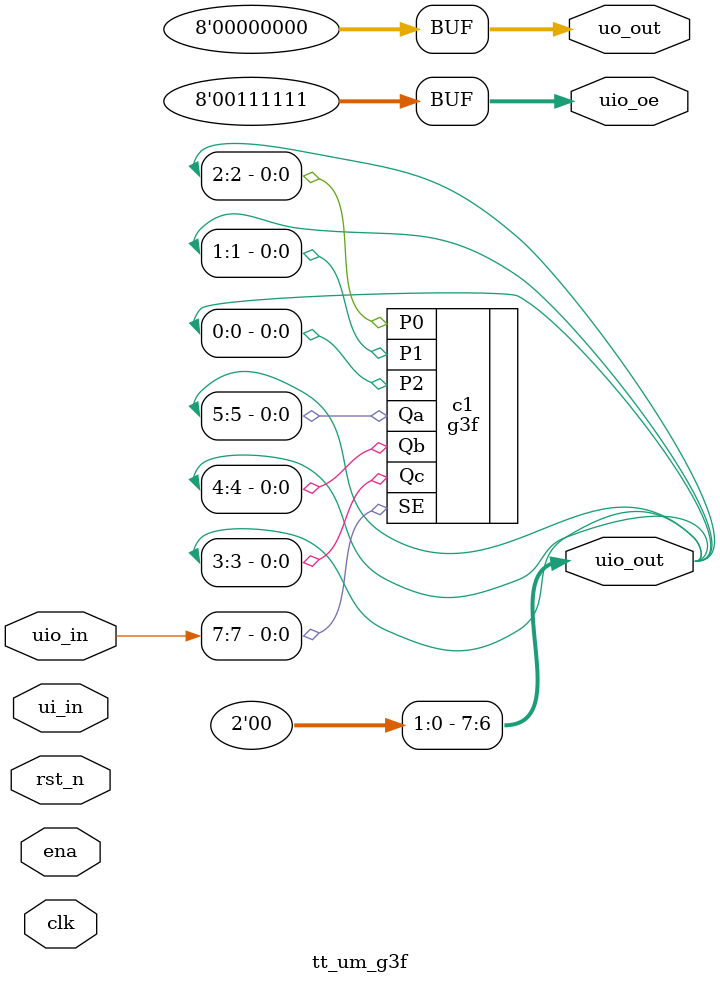
<source format=v>
/*
 * Copyright (c) 2024 Your Name
 * SPDX-License-Identifier: Apache-2.0
 */

`define default_netname none

module tt_um_g3f (
    input  wire [7:0] ui_in,    // Dedicated inputs
    output wire [7:0] uo_out,   // Dedicated outputs
    input  wire [7:0] uio_in,   // IOs: Input path
    output wire [7:0] uio_out,  // IOs: Output path
    output wire [7:0] uio_oe,   // IOs: Enable path (active high: 0=input, 1=output)
    input  wire       ena,      // will go high when the design is enabled
    input  wire       clk,      // clock
    input  wire       rst_n     // reset_n - low to reset
);

  // All output pins must be assigned. If not used, assign to 0.

    g3f c1 (.SE(uio_in[7]), .Qa(uio_out[5]), .Qb(uio_out[4]), .Qc(uio_out[3]), .P0(uio_out[2]), .P1(uio_out[1]), .P2(uio_out[0]));

    assign uio_oe = 8'b 00111111;
    assign uio_out[7:6] = 2'b00;
    assign uo_out[7:0] = 8'b00000000;
endmodule

</source>
